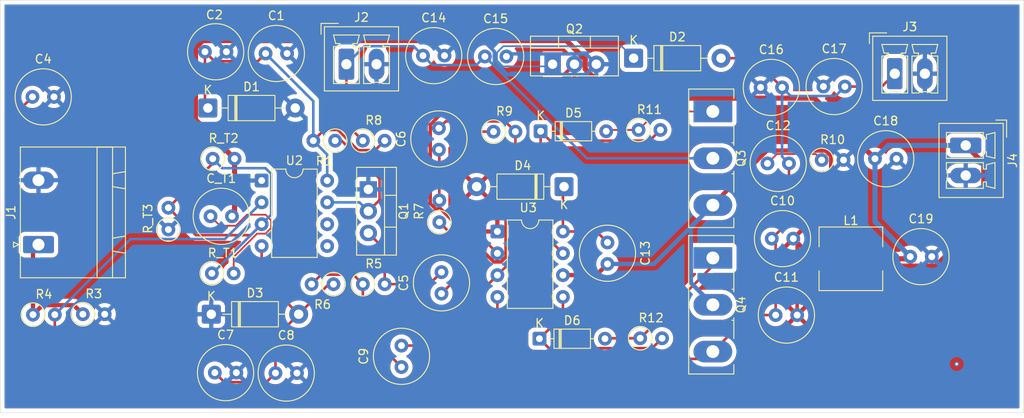
<source format=kicad_pcb>
(kicad_pcb (version 20241229) (generator "pcbnew") (generator_version "9.0")
  (layers (0 "F.Cu" signal) (2 "B.Cu" signal) (13 "F.Paste" user) (15 "B.Paste" user) (5 "F.SilkS" user "F.Silkscreen") (7 "B.SilkS" user "B.Silkscreen") (1 "F.Mask" user) (3 "B.Mask" user) (25 "Edge.Cuts" user))
  (net 0 "")
  (net 1 "Earth")
  (net 2 "Net-(D1-K)")
  (net 3 "Net-(J1-Pin_1)")
  (net 4 "Net-(U2-+)")
  (net 5 "Net-(Q1-E)")
  (net 6 "Net-(C5-Pad1)")
  (net 7 "Net-(U3-CT)")
  (net 8 "Net-(C6-Pad1)")
  (net 9 "Net-(D3-A)")
  (net 10 "Net-(C9-Pad1)")
  (net 11 "+15V")
  (net 12 "Net-(D2-A)")
  (net 13 "Net-(C12-Pad1)")
  (net 14 "Net-(Q3-S)")
  (net 15 "Net-(D4-K)")
  (net 16 "Net-(J2-Pin_1)")
  (net 17 "OUT")
  (net 18 "Net-(D2-K)")
  (net 19 "Net-(D5-K)")
  (net 20 "Net-(D5-A)")
  (net 21 "Net-(D6-A)")
  (net 22 "Net-(D6-K)")
  (net 23 "Net-(Q1-C)")
  (net 24 "Net-(U3-RT)")
  (net 27 "Net-(C_T1-Pad1)")
  (net 28 "Net-(U2--)")
  (footprint "Package_TO_SOT_THT:TO-220-3_Vertical" (layer "F.Cu") (at 53.8 74.02 -90)
    (property "Reference" "Q1" (at 2.54 -4.1 90) (layer "F.SilkS"))
    (property "Value" "TIP42C")
    (pad "1" thru_hole rect (at 0 0 270) (size 1.905 2) (drill 1.1) (layers "*.Cu" "*.Mask") (net 1 "Earth"))
    (pad "2" thru_hole oval (at 2.54 0 270) (size 1.905 2) (drill 1.1) (layers "*.Cu" "*.Mask") (net 23 "Net-(Q1-C)"))
    (pad "3" thru_hole oval (at 5.08 0 270) (size 1.905 2) (drill 1.1) (layers "*.Cu" "*.Mask") (net 5 "Net-(Q1-E)"))
  )
  (footprint "Resistor_THT:R_Axial_DIN0207_L6.3mm_D2.5mm_P2.54mm_Vertical" (layer "F.Cu") (at 49.745 85.05 180)
    (property "Reference" "R6" (at 1.27 -2.37 0) (layer "F.SilkS"))
    (property "Value" "R")
    (pad "1" thru_hole circle (at 0 0 180) (size 1.6 1.6) (drill 0.8) (layers "*.Cu" "*.Mask") (net 9 "Net-(D3-A)"))
    (pad "2" thru_hole circle (at 2.54 0 180) (size 1.6 1.6) (drill 0.8) (layers "*.Cu" "*.Mask") (net 10 "Net-(C9-Pad1)"))
  )
  (footprint "Resistor_THT:R_Axial_DIN0207_L6.3mm_D2.5mm_P2.54mm_Vertical" (layer "F.Cu") (at 62.05 77.84 90)
    (property "Reference" "R7" (at 1.27 -2.37 90) (layer "F.SilkS"))
    (property "Value" "R")
    (pad "1" thru_hole circle (at 0 0 90) (size 1.6 1.6) (drill 0.8) (layers "*.Cu" "*.Mask") (net 6 "Net-(C5-Pad1)"))
    (pad "2" thru_hole circle (at 2.54 0 90) (size 1.6 1.6) (drill 0.8) (layers "*.Cu" "*.Mask") (net 8 "Net-(C6-Pad1)"))
  )
  (footprint "Inductor_SMD:L_7.3x7.3_H4.5" (layer "F.Cu") (at 109.9 82.1)
    (property "Reference" "L1" (at 0 -4.45 0) (layer "F.SilkS"))
    (property "Value" "L")
    (pad "1" smd rect (at -3.2 0) (size 1.5 2.2) (layers "F.Cu" "F.Mask" "F.Paste") (net 14 "Net-(Q3-S)"))
    (pad "2" smd rect (at 3.2 0) (size 1.5 2.2) (layers "F.Cu" "F.Mask" "F.Paste") (net 17 "OUT"))
  )
  (footprint "Resistor_THT:R_Axial_DIN0207_L6.3mm_D2.5mm_P2.54mm_Vertical" (layer "F.Cu") (at 35.605 83.79)
    (property "Reference" "R_T1" (at 1.27 -2.37 0) (layer "F.SilkS"))
    (property "Value" "R")
    (pad "1" thru_hole circle (at 0 0) (size 1.6 1.6) (drill 0.8) (layers "*.Cu" "*.Mask") (net 28 "Net-(U2--)"))
    (pad "2" thru_hole circle (at 2.54 0) (size 1.6 1.6) (drill 0.8) (layers "*.Cu" "*.Mask") (net 27 "Net-(C_T1-Pad1)"))
  )
  (footprint "Resistor_THT:R_Axial_DIN0207_L6.3mm_D2.5mm_P2.54mm_Vertical" (layer "F.Cu") (at 14.81 88.6)
    (property "Reference" "R4" (at 1.27 -2.37 0) (layer "F.SilkS"))
    (property "Value" "R")
    (pad "1" thru_hole circle (at 0 0) (size 1.6 1.6) (drill 0.8) (layers "*.Cu" "*.Mask") (net 3 "Net-(J1-Pin_1)"))
    (pad "2" thru_hole circle (at 2.54 0) (size 1.6 1.6) (drill 0.8) (layers "*.Cu" "*.Mask") (net 4 "Net-(U2-+)"))
  )
  (footprint "Resistor_THT:R_Axial_DIN0207_L6.3mm_D2.5mm_P2.54mm_Vertical" (layer "F.Cu") (at 49.94 68.35 180)
    (property "Reference" "R1" (at 1.27 -2.37 0) (layer "F.SilkS"))
    (property "Value" "R")
    (pad "1" thru_hole circle (at 0 0 180) (size 1.6 1.6) (drill 0.8) (layers "*.Cu" "*.Mask") (net 23 "Net-(Q1-C)"))
    (pad "2" thru_hole circle (at 2.54 0 180) (size 1.6 1.6) (drill 0.8) (layers "*.Cu" "*.Mask") (net 2 "Net-(D1-K)"))
  )
  (footprint "Capacitor_THT:C_Radial_D6.3mm_H5.0mm_P2.50mm" (layer "F.Cu") (at 67.35 58.55)
    (property "Reference" "C15" (at 1.25 -4.4 0) (layer "F.SilkS"))
    (property "Value" "C")
    (pad "1" thru_hole circle (at 0 0) (size 1.6 1.6) (drill 0.8) (layers "*.Cu" "*.Mask") (net 16 "Net-(J2-Pin_1)"))
    (pad "2" thru_hole circle (at 2.5 0) (size 1.6 1.6) (drill 0.8) (layers "*.Cu" "*.Mask") (net 1 "Earth"))
  )
  (footprint "Capacitor_THT:C_Radial_D6.3mm_H5.0mm_P2.50mm" (layer "F.Cu") (at 35.45 77.15)
    (property "Reference" "C_T1" (at 1.25 -4.4 0) (layer "F.SilkS"))
    (property "Value" "C")
    (pad "1" thru_hole circle (at 0 0) (size 1.6 1.6) (drill 0.8) (layers "*.Cu" "*.Mask") (net 27 "Net-(C_T1-Pad1)"))
    (pad "2" thru_hole circle (at 2.5 0) (size 1.6 1.6) (drill 0.8) (layers "*.Cu" "*.Mask") (net 17 "OUT"))
  )
  (footprint "Capacitor_THT:C_Radial_D6.3mm_H5.0mm_P2.50mm" (layer "F.Cu") (at 35.95 95.35)
    (property "Reference" "C7" (at 1.25 -4.4 0) (layer "F.SilkS"))
    (property "Value" "C")
    (pad "1" thru_hole circle (at 0 0) (size 1.6 1.6) (drill 0.8) (layers "*.Cu" "*.Mask") (net 9 "Net-(D3-A)"))
    (pad "2" thru_hole circle (at 2.5 0) (size 1.6 1.6) (drill 0.8) (layers "*.Cu" "*.Mask") (net 1 "Earth"))
  )
  (footprint "Package_TO_SOT_THT:TO-220-3_Vertical" (layer "F.Cu") (at 75.22 59.45)
    (property "Reference" "Q2" (at 2.54 -4.1 0) (layer "F.SilkS"))
    (property "Value" "MJE13005G")
    (pad "1" thru_hole rect (at 0 0) (size 1.905 2) (drill 1.1) (layers "*.Cu" "*.Mask") (net 18 "Net-(D2-K)"))
    (pad "2" thru_hole oval (at 2.54 0) (size 1.905 2) (drill 1.1) (layers "*.Cu" "*.Mask") (net 11 "+15V"))
    (pad "3" thru_hole oval (at 5.08 0) (size 1.905 2) (drill 1.1) (layers "*.Cu" "*.Mask") (net 1 "Earth"))
  )
  (footprint "Resistor_THT:R_Axial_DIN0207_L6.3mm_D2.5mm_P2.54mm_Vertical" (layer "F.Cu") (at 106.505 70.6)
    (property "Reference" "R10" (at 1.27 -2.37 0) (layer "F.SilkS"))
    (property "Value" "R")
    (pad "1" thru_hole circle (at 0 0) (size 1.6 1.6) (drill 0.8) (layers "*.Cu" "*.Mask") (net 13 "Net-(C12-Pad1)"))
    (pad "2" thru_hole circle (at 2.54 0) (size 1.6 1.6) (drill 0.8) (layers "*.Cu" "*.Mask") (net 1 "Earth"))
  )
  (footprint "Capacitor_THT:C_Radial_D6.3mm_H5.0mm_P2.50mm" (layer "F.Cu") (at 100.7 79.75)
    (property "Reference" "C10" (at 1.25 -4.4 0) (layer "F.SilkS"))
    (property "Value" "C")
    (pad "1" thru_hole circle (at 0 0) (size 1.6 1.6) (drill 0.8) (layers "*.Cu" "*.Mask") (net 12 "Net-(D2-A)"))
    (pad "2" thru_hole circle (at 2.5 0) (size 1.6 1.6) (drill 0.8) (layers "*.Cu" "*.Mask") (net 11 "+15V"))
  )
  (footprint "Connector_Phoenix_GMSTB:PhoenixContact_GMSTBA_2,5_2-G_1x02_P7.50mm_Horizontal" (layer "F.Cu") (at 15.45 80.45 90)
    (property "Reference" "J1" (at 3.75 -3.2 90) (layer "F.SilkS"))
    (property "Value" "Conn_01x02_Pin")
    (pad "1" thru_hole roundrect (at 0 0 90) (size 2 3.6) (drill 1.4) (layers "*.Cu" "*.Mask") (roundrect_rratio 0.125) (net 3 "Net-(J1-Pin_1)"))
    (pad "2" thru_hole oval (at 7.5 0 90) (size 2 3.6) (drill 1.4) (layers "*.Cu" "*.Mask") (net 1 "Earth"))
  )
  (footprint "Diode_THT:D_DO-35_SOD27_P7.62mm_Horizontal" (layer "F.Cu") (at 73.83 67.25)
    (property "Reference" "D5" (at 3.81 -2.12 0) (layer "F.SilkS"))
    (property "Value" "1N4148")
    (fp_text user "K" (at 0 -1.8 0) (layer "F.SilkS"))
    (pad "1" thru_hole roundrect (at 0 0) (size 1.6 1.6) (drill 0.8) (layers "*.Cu" "*.Mask") (roundrect_rratio 0.15625) (net 19 "Net-(D5-K)"))
    (pad "2" thru_hole circle (at 7.62 0) (size 1.6 1.6) (drill 0.8) (layers "*.Cu" "*.Mask") (net 20 "Net-(D5-A)"))
  )
  (footprint "Diode_THT:D_DO-41_SOD81_P10.16mm_Horizontal" (layer "F.Cu") (at 76.55 73.7 180)
    (property "Reference" "D4" (at 4.8 2.45 0) (layer "F.SilkS"))
    (property "Value" "1N5819")
    (fp_text user "K" (at 0 -2.1 0) (layer "F.SilkS"))
    (pad "1" thru_hole roundrect (at 0 0 180) (size 2.2 2.2) (drill 1.1) (layers "*.Cu" "*.Mask") (roundrect_rratio 0.113636) (net 15 "Net-(D4-K)"))
    (pad "2" thru_hole circle (at 10.16 0 180) (size 2.2 2.2) (drill 1.1) (layers "*.Cu" "*.Mask") (net 11 "+15V"))
  )
  (footprint "Capacitor_THT:C_Radial_D6.3mm_H5.0mm_P2.50mm" (layer "F.Cu") (at 34.8 58)
    (property "Reference" "C2" (at 1.1 -4.3 0) (layer "F.SilkS"))
    (property "Value" "C")
    (pad "1" thru_hole circle (at 0 0) (size 1.6 1.6) (drill 0.8) (layers "*.Cu" "*.Mask") (net 2 "Net-(D1-K)"))
    (pad "2" thru_hole circle (at 2.5 0) (size 1.6 1.6) (drill 0.8) (layers "*.Cu" "*.Mask") (net 1 "Earth"))
  )
  (footprint "Capacitor_THT:C_Radial_D6.3mm_H5.0mm_P2.50mm" (layer "F.Cu") (at 43 95.4)
    (property "Reference" "C8" (at 1.25 -4.4 0) (layer "F.SilkS"))
    (property "Value" "C")
    (pad "1" thru_hole circle (at 0 0) (size 1.6 1.6) (drill 0.8) (layers "*.Cu" "*.Mask") (net 9 "Net-(D3-A)"))
    (pad "2" thru_hole circle (at 2.5 0) (size 1.6 1.6) (drill 0.8) (layers "*.Cu" "*.Mask") (net 1 "Earth"))
  )
  (footprint "Diode_THT:D_DO-35_SOD27_P7.62mm_Horizontal" (layer "F.Cu") (at 73.69 91.4)
    (property "Reference" "D6" (at 3.81 -2.12 0) (layer "F.SilkS"))
    (property "Value" "1N4148")
    (fp_text user "K" (at 0 -1.8 0) (layer "F.SilkS"))
    (pad "1" thru_hole roundrect (at 0 0) (size 1.6 1.6) (drill 0.8) (layers "*.Cu" "*.Mask") (roundrect_rratio 0.15625) (net 22 "Net-(D6-K)"))
    (pad "2" thru_hole circle (at 7.62 0) (size 1.6 1.6) (drill 0.8) (layers "*.Cu" "*.Mask") (net 21 "Net-(D6-A)"))
  )
  (footprint "Diode_THT:D_DO-41_SOD81_P10.16mm_Horizontal" (layer "F.Cu") (at 35.14 64.55)
    (property "Reference" "D1" (at 5.08 -2.47 0) (layer "F.SilkS"))
    (property "Value" "1N47xxA")
    (fp_text user "K" (at 0 -2.1 0) (layer "F.SilkS"))
    (pad "1" thru_hole roundrect (at 0 0) (size 2.2 2.2) (drill 1.1) (layers "*.Cu" "*.Mask") (roundrect_rratio 0.113636) (net 2 "Net-(D1-K)"))
    (pad "2" thru_hole circle (at 10.16 0) (size 2.2 2.2) (drill 1.1) (layers "*.Cu" "*.Mask") (net 1 "Earth"))
  )
  (footprint "Capacitor_THT:C_Radial_D6.3mm_H5.0mm_P2.50mm" (layer "F.Cu") (at 100.2 71)
    (property "Reference" "C12" (at 1.25 -4.4 0) (layer "F.SilkS"))
    (property "Value" "C")
    (pad "1" thru_hole circle (at 0 0) (size 1.6 1.6) (drill 0.8) (layers "*.Cu" "*.Mask") (net 13 "Net-(C12-Pad1)"))
    (pad "2" thru_hole circle (at 2.5 0) (size 1.6 1.6) (drill 0.8) (layers "*.Cu" "*.Mask") (net 12 "Net-(D2-A)"))
  )
  (footprint "Capacitor_THT:C_Radial_D6.3mm_H5.0mm_P2.50mm" (layer "F.Cu") (at 81.6 80.2 -90)
    (property "Reference" "C13" (at 1.25 -4.4 90) (layer "F.SilkS"))
    (property "Value" "C")
    (pad "1" thru_hole circle (at 0 0 270) (size 1.6 1.6) (drill 0.8) (layers "*.Cu" "*.Mask") (net 15 "Net-(D4-K)"))
    (pad "2" thru_hole circle (at 2.5 0 270) (size 1.6 1.6) (drill 0.8) (layers "*.Cu" "*.Mask") (net 14 "Net-(Q3-S)"))
  )
  (footprint "Resistor_THT:R_Axial_DIN0207_L6.3mm_D2.5mm_P2.54mm_Vertical" (layer "F.Cu") (at 53.16 68.35)
    (property "Reference" "R8" (at 1.27 -2.37 0) (layer "F.SilkS"))
    (property "Value" "R")
    (pad "1" thru_hole circle (at 0 0) (size 1.6 1.6) (drill 0.8) (layers "*.Cu" "*.Mask") (net 16 "Net-(J2-Pin_1)"))
    (pad "2" thru_hole circle (at 2.54 0) (size 1.6 1.6) (drill 0.8) (layers "*.Cu" "*.Mask") (net 2 "Net-(D1-K)"))
  )
  (footprint "Capacitor_THT:C_Radial_D6.3mm_H5.0mm_P2.50mm" (layer "F.Cu") (at 116.8 81.85)
    (property "Reference" "C19" (at 1.25 -4.4 0) (layer "F.SilkS"))
    (property "Value" "C")
    (pad "1" thru_hole circle (at 0 0) (size 1.6 1.6) (drill 0.8) (layers "*.Cu" "*.Mask") (net 17 "OUT"))
    (pad "2" thru_hole circle (at 2.5 0) (size 1.6 1.6) (drill 0.8) (layers "*.Cu" "*.Mask") (net 1 "Earth"))
  )
  (footprint "Diode_THT:D_DO-41_SOD81_P10.16mm_Horizontal" (layer "F.Cu") (at 35.54 88.55)
    (property "Reference" "D3" (at 5.08 -2.47 0) (layer "F.SilkS"))
    (property "Value" "1N47xxA")
    (fp_text user "K" (at 0 -2.1 0) (layer "F.SilkS"))
    (pad "1" thru_hole roundrect (at 0 0) (size 2.2 2.2) (drill 1.1) (layers "*.Cu" "*.Mask") (roundrect_rratio 0.113636) (net 1 "Earth"))
    (pad "2" thru_hole circle (at 10.16 0) (size 2.2 2.2) (drill 1.1) (layers "*.Cu" "*.Mask") (net 9 "Net-(D3-A)"))
  )
  (footprint "Capacitor_THT:C_Radial_D6.3mm_H5.0mm_P2.50mm" (layer "F.Cu") (at 60.15 58.45)
    (property "Reference" "C14" (at 1.25 -4.4 0) (layer "F.SilkS"))
    (property "Value" "C")
    (pad "1" thru_hole circle (at 0 0) (size 1.6 1.6) (drill 0.8) (layers "*.Cu" "*.Mask") (net 16 "Net-(J2-Pin_1)"))
    (pad "2" thru_hole circle (at 2.5 0) (size 1.6 1.6) (drill 0.8) (layers "*.Cu" "*.Mask") (net 1 "Earth"))
  )
  (footprint "Package_DIP:DIP-8_W7.62mm" (layer "F.Cu") (at 41.395 72.99)
    (property "Reference" "U2" (at 3.81 -2.33 0) (layer "F.SilkS"))
    (property "Value" "LM311")
    (pad "1" thru_hole roundrect (at 0 0) (size 1.6 1.6) (drill 0.8) (layers "*.Cu" "*.Mask") (roundrect_rratio 0.15625) (net 1 "Earth"))
    (pad "2" thru_hole circle (at 0 2.54) (size 1.6 1.6) (drill 0.8) (layers "*.Cu" "*.Mask") (net 4 "Net-(U2-+)"))
    (pad "3" thru_hole circle (at 0 5.08) (size 1.6 1.6) (drill 0.8) (layers "*.Cu" "*.Mask") (net 28 "Net-(U2--)"))
    (pad "4" thru_hole circle (at 0 7.62) (size 1.6 1.6) (drill 0.8) (layers "*.Cu" "*.Mask") (net 9 "Net-(D3-A)"))
    (pad "5" thru_hole circle (at 7.62 7.62) (size 1.6 1.6) (drill 0.8) (layers "*.Cu" "*.Mask"))
    (pad "6" thru_hole circle (at 7.62 5.08) (size 1.6 1.6) (drill 0.8) (layers "*.Cu" "*.Mask"))
    (pad "7" thru_hole circle (at 7.62 2.54) (size 1.6 1.6) (drill 0.8) (layers "*.Cu" "*.Mask") (net 23 "Net-(Q1-C)"))
    (pad "8" thru_hole circle (at 7.62 0) (size 1.6 1.6) (drill 0.8) (layers "*.Cu" "*.Mask") (net 2 "Net-(D1-K)"))
  )
  (footprint "Capacitor_THT:C_Radial_D6.3mm_H5.0mm_P2.50mm" (layer "F.Cu") (at 14.75 63.25)
    (property "Reference" "C4" (at 1.25 -4.4 0) (layer "F.SilkS"))
    (property "Value" "C")
    (pad "1" thru_hole circle (at 0 0) (size 1.6 1.6) (drill 0.8) (layers "*.Cu" "*.Mask") (net 4 "Net-(U2-+)"))
    (pad "2" thru_hole circle (at 2.5 0) (size 1.6 1.6) (drill 0.8) (layers "*.Cu" "*.Mask") (net 1 "Earth"))
  )
  (footprint "Resistor_THT:R_Axial_DIN0207_L6.3mm_D2.5mm_P2.54mm_Vertical" (layer "F.Cu") (at 85.21 67.1)
    (property "Reference" "R11" (at 1.27 -2.37 0) (layer "F.SilkS"))
    (property "Value" "R")
    (pad "1" thru_hole circle (at 0 0) (size 1.6 1.6) (drill 0.8) (layers "*.Cu" "*.Mask") (net 20 "Net-(D5-A)"))
    (pad "2" thru_hole circle (at 2.54 0) (size 1.6 1.6) (drill 0.8) (layers "*.Cu" "*.Mask") (net 19 "Net-(D5-K)"))
  )
  (footprint "Capacitor_THT:C_Radial_D6.3mm_H5.0mm_P2.50mm" (layer "F.Cu") (at 99.4 62.15)
    (property "Reference" "C16" (at 1.25 -4.4 0) (layer "F.SilkS"))
    (property "Value" "C")
    (pad "1" thru_hole circle (at 0 0) (size 1.6 1.6) (drill 0.8) (layers "*.Cu" "*.Mask") (net 1 "Earth"))
    (pad "2" thru_hole circle (at 2.5 0) (size 1.6 1.6) (drill 0.8) (layers "*.Cu" "*.Mask") (net 12 "Net-(D2-A)"))
  )
  (footprint "Package_TO_SOT_THT:TO-247-3_Vertical" (layer "F.Cu") (at 93.85 82 -90)
    (property "Reference" "Q4" (at 5.45 -3.28 90) (layer "F.SilkS"))
    (property "Value" "IRFP4468PbF")
    (pad "1" thru_hole rect (at 0 0 270) (size 2.5 4.5) (drill 1.5) (layers "*.Cu" "*.Mask") (net 21 "Net-(D6-A)"))
    (pad "2" thru_hole oval (at 5.45 0 270) (size 2.5 4.5) (drill 1.5) (layers "*.Cu" "*.Mask") (net 14 "Net-(Q3-S)"))
    (pad "3" thru_hole oval (at 10.9 0 270) (size 2.5 4.5) (drill 1.5) (layers "*.Cu" "*.Mask") (net 12 "Net-(D2-A)"))
  )
  (footprint "Resistor_THT:R_Axial_DIN0207_L6.3mm_D2.5mm_P2.54mm_Vertical" (layer "F.Cu") (at 85.405 91.35)
    (property "Reference" "R12" (at 1.27 -2.37 0) (layer "F.SilkS"))
    (property "Value" "R")
    (pad "1" thru_hole circle (at 0 0) (size 1.6 1.6) (drill 0.8) (layers "*.Cu" "*.Mask") (net 21 "Net-(D6-A)"))
    (pad "2" thru_hole circle (at 2.54 0) (size 1.6 1.6) (drill 0.8) (layers "*.Cu" "*.Mask") (net 22 "Net-(D6-K)"))
  )
  (footprint "Resistor_THT:R_Axial_DIN0207_L6.3mm_D2.5mm_P2.54mm_Vertical" (layer "F.Cu") (at 20.61 88.55)
    (property "Reference" "R3" (at 1.27 -2.37 0) (layer "F.SilkS"))
    (property "Value" "R")
    (pad "1" thru_hole circle (at 0 0) (size 1.6 1.6) (drill 0.8) (layers "*.Cu" "*.Mask") (net 3 "Net-(J1-Pin_1)"))
    (pad "2" thru_hole circle (at 2.54 0) (size 1.6 1.6) (drill 0.8) (layers "*.Cu" "*.Mask") (net 1 "Earth"))
  )
  (footprint "Capacitor_THT:C_Radial_D6.3mm_H5.0mm_P2.50mm" (layer "F.Cu") (at 62 69.4 90)
    (property "Reference" "C6" (at 1.25 -4.4 90) (layer "F.SilkS"))
    (property "Value" "C")
    (pad "1" thru_hole circle (at 0 0 90) (size 1.6 1.6) (drill 0.8) (layers "*.Cu" "*.Mask") (net 8 "Net-(C6-Pad1)"))
    (pad "2" thru_hole circle (at 2.5 0 90) (size 1.6 1.6) (drill 0.8) (layers "*.Cu" "*.Mask") (net 7 "Net-(U3-CT)"))
  )
  (footprint "Capacitor_THT:C_Radial_D6.3mm_H5.0mm_P2.50mm" (layer "F.Cu") (at 62.3 86.15 90)
    (property "Reference" "C5" (at 1.25 -4.4 90) (layer "F.SilkS"))
    (property "Value" "C")
    (pad "1" thru_hole circle (at 0 0 90) (size 1.6 1.6) (drill 0.8) (layers "*.Cu" "*.Mask") (net 6 "Net-(C5-Pad1)"))
    (pad "2" thru_hole circle (at 2.5 0 90) (size 1.6 1.6) (drill 0.8) (layers "*.Cu" "*.Mask") (net 5 "Net-(Q1-E)"))
  )
  (footprint "Capacitor_THT:C_Radial_D6.3mm_H5.0mm_P2.50mm" (layer "F.Cu") (at 112.7 70.45)
    (property "Reference" "C18" (at 1.25 -4.4 0) (layer "F.SilkS"))
    (property "Value" "C")
    (pad "1" thru_hole circle (at 0 0) (size 1.6 1.6) (drill 0.8) (layers "*.Cu" "*.Mask") (net 17 "OUT"))
    (pad "2" thru_hole circle (at 2.5 0) (size 1.6 1.6) (drill 0.8) (layers "*.Cu" "*.Mask") (net 1 "Earth"))
  )
  (footprint "Diode_THT:D_DO-41_SOD81_P10.16mm_Horizontal" (layer "F.Cu") (at 84.64 58.75)
    (property "Reference" "D2" (at 5.08 -2.47 0) (layer "F.SilkS"))
    (property "Value" "1N47xxA")
    (fp_text user "K" (at 0 -2.1 0) (layer "F.SilkS"))
    (pad "1" thru_hole roundrect (at 0 0) (size 2.2 2.2) (drill 1.1) (layers "*.Cu" "*.Mask") (roundrect_rratio 0.113636) (net 18 "Net-(D2-K)"))
    (pad "2" thru_hole circle (at 10.16 0) (size 2.2 2.2) (drill 1.1) (layers "*.Cu" "*.Mask") (net 12 "Net-(D2-A)"))
  )
  (footprint "Capacitor_THT:C_Radial_D6.3mm_H5.0mm_P2.50mm" (layer "F.Cu") (at 41.85 58.2)
    (property "Reference" "C1" (at 1.25 -4.4 0) (layer "F.SilkS"))
    (property "Value" "C")
    (pad "1" thru_hole circle (at 0 0) (size 1.6 1.6) (drill 0.8) (layers "*.Cu" "*.Mask") (net 2 "Net-(D1-K)"))
    (pad "2" thru_hole circle (at 2.5 0) (size 1.6 1.6) (drill 0.8) (layers "*.Cu" "*.Mask") (net 1 "Earth"))
  )
  (footprint "Package_TO_SOT_THT:TO-247-3_Vertical" (layer "F.Cu") (at 93.85 64.95 -90)
    (property "Reference" "Q3" (at 5.45 -3.28 90) (layer "F.SilkS"))
    (property "Value" "IRFP4468PbF")
    (pad "1" thru_hole rect (at 0 0 270) (size 2.5 4.5) (drill 1.5) (layers "*.Cu" "*.Mask") (net 20 "Net-(D5-A)"))
    (pad "2" thru_hole oval (at 5.45 0 270) (size 2.5 4.5) (drill 1.5) (layers "*.Cu" "*.Mask") (net 16 "Net-(J2-Pin_1)"))
    (pad "3" thru_hole oval (at 10.9 0 270) (size 2.5 4.5) (drill 1.5) (layers "*.Cu" "*.Mask") (net 14 "Net-(Q3-S)"))
  )
  (footprint "Connector_Phoenix_MC:PhoenixContact_MCV_1,5_2-G-3.5_1x02_P3.50mm_Vertical" (layer "F.Cu") (at 51.25 59.45)
    (property "Reference" "J2" (at 1.75 -5.45 0) (layer "F.SilkS"))
    (property "Value" "Conn_01x02_Pin")
    (pad "1" thru_hole roundrect (at 0 0) (size 1.8 3.6) (drill 1.2) (layers "*.Cu" "*.Mask") (roundrect_rratio 0.138889) (net 16 "Net-(J2-Pin_1)"))
    (pad "2" thru_hole oval (at 3.5 0) (size 1.8 3.6) (drill 1.2) (layers "*.Cu" "*.Mask") (net 1 "Earth"))
  )
  (footprint "Resistor_THT:R_Axial_DIN0207_L6.3mm_D2.5mm_P2.54mm_Vertical" (layer "F.Cu") (at 53.16 85.05)
    (property "Reference" "R5" (at 1.27 -2.37 0) (layer "F.SilkS"))
    (property "Value" "R")
    (pad "1" thru_hole circle (at 0 0) (size 1.6 1.6) (drill 0.8) (layers "*.Cu" "*.Mask") (net 10 "Net-(C9-Pad1)"))
    (pad "2" thru_hole circle (at 2.54 0) (size 1.6 1.6) (drill 0.8) (layers "*.Cu" "*.Mask") (net 5 "Net-(Q1-E)"))
  )
  (footprint "Resistor_THT:R_Axial_DIN0207_L6.3mm_D2.5mm_P2.54mm_Vertical" (layer "F.Cu") (at 68.355 67.3)
    (property "Reference" "R9" (at 1.27 -2.37 0) (layer "F.SilkS"))
    (property "Value" "R")
    (pad "1" thru_hole circle (at 0 0) (size 1.6 1.6) (drill 0.8) (layers "*.Cu" "*.Mask") (net 24 "Net-(U3-RT)"))
    (pad "2" thru_hole circle (at 2.54 0) (size 1.6 1.6) (drill 0.8) (layers "*.Cu" "*.Mask") (net 7 "Net-(U3-CT)"))
  )
  (footprint "Capacitor_THT:C_Radial_D6.3mm_H5.0mm_P2.50mm" (layer "F.Cu") (at 106.7 62.05)
    (property "Reference" "C17" (at 1.25 -4.4 0) (layer "F.SilkS"))
    (property "Value" "C")
    (pad "1" thru_hole circle (at 0 0) (size 1.6 1.6) (drill 0.8) (layers "*.Cu" "*.Mask") (net 1 "Earth"))
    (pad "2" thru_hole circle (at 2.5 0) (size 1.6 1.6) (drill 0.8) (layers "*.Cu" "*.Mask") (net 12 "Net-(D2-A)"))
  )
  (footprint "Capacitor_THT:C_Radial_D6.3mm_H5.0mm_P2.50mm" (layer "F.Cu") (at 101.15 88.65)
    (property "Reference" "C11" (at 1.25 -4.4 0) (layer "F.SilkS"))
    (property "Value" "C")
    (pad "1" thru_hole circle (at 0 0) (size 1.6 1.6) (drill 0.8) (layers "*.Cu" "*.Mask") (net 12 "Net-(D2-A)"))
    (pad "2" thru_hole circle (at 2.5 0) (size 1.6 1.6) (drill 0.8) (layers "*.Cu" "*.Mask") (net 11 "+15V"))
  )
  (footprint "Capacitor_THT:C_Radial_D6.3mm_H5.0mm_P2.50mm" (layer "F.Cu") (at 57.65 94.7 90)
    (property "Reference" "C9" (at 1.25 -4.4 90) (layer "F.SilkS"))
    (property "Value" "C")
    (pad "1" thru_hole circle (at 0 0 90) (size 1.6 1.6) (drill 0.8) (layers "*.Cu" "*.Mask") (net 10 "Net-(C9-Pad1)"))
    (pad "2" thru_hole circle (at 2.5 0 90) (size 1.6 1.6) (drill 0.8) (layers "*.Cu" "*.Mask") (net 7 "Net-(U3-CT)"))
  )
  (footprint "Connector_Phoenix_MC:PhoenixContact_MCV_1,5_2-G-3.5_1x02_P3.50mm_Vertical" (layer "F.Cu") (at 115 60.55)
    (property "Reference" "J3" (at 1.75 -5.45 0) (layer "F.SilkS"))
    (property "Value" "Conn_01x02_Pin")
    (pad "1" thru_hole roundrect (at 0 0) (size 1.8 3.6) (drill 1.2) (layers "*.Cu" "*.Mask") (roundrect_rratio 0.138889) (net 12 "Net-(D2-A)"))
    (pad "2" thru_hole oval (at 3.5 0) (size 1.8 3.6) (drill 1.2) (layers "*.Cu" "*.Mask") (net 1 "Earth"))
  )
  (footprint "Resistor_THT:R_Axial_DIN0207_L6.3mm_D2.5mm_P2.54mm_Vertical" (layer "F.Cu") (at 35.705 70.45)
    (property "Reference" "R_T2" (at 1.27 -2.37 0) (layer "F.SilkS"))
    (property "Value" "R")
    (pad "1" thru_hole circle (at 0 0) (size 1.6 1.6) (drill 0.8) (layers "*.Cu" "*.Mask") (net 28 "Net-(U2--)"))
    (pad "2" thru_hole circle (at 2.54 0) (size 1.6 1.6) (drill 0.8) (layers "*.Cu" "*.Mask") (net 17 "OUT"))
  )
  (footprint "Resistor_THT:R_Axial_DIN0207_L6.3mm_D2.5mm_P2.54mm_Vertical" (layer "F.Cu") (at 30.55 78.695 90)
    (property "Reference" "R_T3" (at 1.27 -2.37 90) (layer "F.SilkS"))
    (property "Value" "R")
    (pad "1" thru_hole circle (at 0 0 90) (size 1.6 1.6) (drill 0.8) (layers "*.Cu" "*.Mask") (net 1 "Earth"))
    (pad "2" thru_hole circle (at 2.54 0 90) (size 1.6 1.6) (drill 0.8) (layers "*.Cu" "*.Mask") (net 28 "Net-(U2--)"))
  )
  (footprint "Connector_Phoenix_MC:PhoenixContact_MCV_1,5_2-G-3.5_1x02_P3.50mm_Vertical" (layer "F.Cu") (at 123.25 68.9 -90)
    (property "Reference" "J4" (at 1.75 -5.45 90) (layer "F.SilkS"))
    (property "Value" "Conn_01x02_Pin")
    (pad "1" thru_hole roundrect (at 0 0 270) (size 1.8 3.6) (drill 1.2) (layers "*.Cu" "*.Mask") (roundrect_rratio 0.138889) (net 17 "OUT"))
    (pad "2" thru_hole oval (at 3.5 0 270) (size 1.8 3.6) (drill 1.2) (layers "*.Cu" "*.Mask") (net 1 "Earth"))
  )
  (footprint "Package_DIP:DIP-8_W7.62mm" (layer "F.Cu") (at 68.8 78.92)
    (property "Reference" "U3" (at 3.59 -2.76 0) (layer "F.SilkS"))
    (property "Value" "IR2153")
    (pad "1" thru_hole roundrect (at 0 0) (size 1.6 1.6) (drill 0.8) (layers "*.Cu" "*.Mask") (roundrect_rratio 0.15625) (net 11 "+15V"))
    (pad "2" thru_hole circle (at 0 2.54) (size 1.6 1.6) (drill 0.8) (layers "*.Cu" "*.Mask") (net 24 "Net-(U3-RT)"))
    (pad "3" thru_hole circle (at 0 5.08) (size 1.6 1.6) (drill 0.8) (layers "*.Cu" "*.Mask") (net 7 "Net-(U3-CT)"))
    (pad "4" thru_hole circle (at 0 7.62) (size 1.6 1.6) (drill 0.8) (layers "*.Cu" "*.Mask") (net 12 "Net-(D2-A)"))
    (pad "5" thru_hole circle (at 7.62 7.62) (size 1.6 1.6) (drill 0.8) (layers "*.Cu" "*.Mask") (net 22 "Net-(D6-K)"))
    (pad "6" thru_hole circle (at 7.62 5.08) (size 1.6 1.6) (drill 0.8) (layers "*.Cu" "*.Mask") (net 14 "Net-(Q3-S)"))
    (pad "7" thru_hole circle (at 7.62 2.54) (size 1.6 1.6) (drill 0.8) (layers "*.Cu" "*.Mask") (net 19 "Net-(D5-K)"))
    (pad "8" thru_hole circle (at 7.62 0) (size 1.6 1.6) (drill 0.8) (layers "*.Cu" "*.Mask") (net 15 "Net-(D4-K)"))
  )
  (gr_rect (start 11 52) (end 130 100) (stroke (width 0.05)) (fill no) (layer "Edge.Cuts"))
  (segment (start 69.967858 60.652) (end 79.098 60.652) (width 0.4) (layer "B.Cu") (net 1))
  (segment (start 79.098 60.652) (end 80.3 59.45) (width 0.4) (layer "B.Cu") (net 1))
  (segment (start 68.447001 59.131143) (end 69.967858 60.652) (width 0.4) (layer "B.Cu") (net 1))
  (segment (start 79.098 58.248) (end 70.152 58.248) (width 0.4) (layer "B.Cu") (net 1))
  (segment (start 68.447 57.968858) (end 68.447001 59.131143) (width 0.4) (layer "B.Cu") (net 1))
  (segment (start 62.65 58.45) (end 64.05 57.05) (width 0.4) (layer "B.Cu") (net 1))
  (segment (start 64.05 57.05) (end 67.528142 57.05) (width 0.4) (layer "B.Cu") (net 1))
  (segment (start 70.152 58.248) (end 69.85 58.55) (width 0.4) (layer "B.Cu") (net 1))
  (segment (start 67.528142 57.05) (end 68.447 57.968858) (width 0.4) (layer "B.Cu") (net 1))
  (segment (start 80.3 59.45) (end 79.098 58.248) (width 0.4) (layer "B.Cu") (net 1))
  (segment (start 50.24705 67.1) (end 48.65 67.1) (width 0.3) (layer "F.Cu") (net 2))
  (segment (start 55.7 68.35) (end 54.599 69.451) (width 0.3) (layer "F.Cu") (net 2))
  (segment (start 52.59805 69.451) (end 50.24705 67.1) (width 0.3) (layer "F.Cu") (net 2))
  (segment (start 35.901 59.101) (end 34.8 58) (width 0.3) (layer "F.Cu") (net 2))
  (segment (start 34.8 64.21) (end 35.14 64.55) (width 0.3) (layer "F.Cu") (net 2))
  (segment (start 40.949 59.101) (end 35.901 59.101) (width 0.3) (layer "F.Cu") (net 2))
  (segment (start 48.65 67.1) (end 47.4 68.35) (width 0.3) (layer "F.Cu") (net 2))
  (segment (start 41.85 58.2) (end 40.949 59.101) (width 0.3) (layer "F.Cu") (net 2))
  (segment (start 54.599 69.451) (end 52.59805 69.451) (width 0.3) (layer "F.Cu") (net 2))
  (segment (start 34.8 58) (end 34.8 64.21) (width 0.3) (layer "F.Cu") (net 2))
  (segment (start 49.015 72.99) (end 49.015 69.965) (width 0.3) (layer "B.Cu") (net 2))
  (segment (start 47.4 68.35) (end 47.4 63.75) (width 0.3) (layer "B.Cu") (net 2))
  (segment (start 47.4 63.75) (end 41.85 58.2) (width 0.3) (layer "B.Cu") (net 2))
  (segment (start 49.015 69.965) (end 47.4 68.35) (width 0.3) (layer "B.Cu") (net 2))
  (segment (start 14.81 81.09) (end 15.45 80.45) (width 0.5) (layer "F.Cu") (net 3))
  (segment (start 15.911 87.499) (end 14.81 88.6) (width 0.5) (layer "F.Cu") (net 3))
  (segment (start 14.81 88.6) (end 14.81 81.09) (width 0.5) (layer "F.Cu") (net 3))
  (segment (start 20.61 88.55) (end 19.559 87.499) (width 0.5) (layer "F.Cu") (net 3))
  (segment (start 19.559 87.499) (end 15.911 87.499) (width 0.5) (layer "F.Cu") (net 3))
  (segment (start 16.35 91.2) (end 16.35 91.15) (width 0.3) (layer "F.Cu") (net 4))
  (segment (start 16.35 91.15) (end 17.35 90.15) (width 0.3) (layer "F.Cu") (net 4))
  (segment (start 17.35 90.15) (end 17.35 88.6) (width 0.3) (layer "F.Cu") (net 4))
  (segment (start 13.2 91.2) (end 16.35 91.2) (width 0.3) (layer "F.Cu") (net 4))
  (segment (start 14.75 63.25) (end 12.3 65.7) (width 0.3) (layer "F.Cu") (net 4))
  (segment (start 12.3 65.7) (end 12.3 90.3) (width 0.3) (layer "F.Cu") (net 4))
  (segment (start 12.3 90.3) (end 13.2 91.2) (width 0.3) (layer "F.Cu") (net 4))
  (segment (start 26.154 79.796) (end 17.35 88.6) (width 0.3) (layer "B.Cu") (net 4))
  (segment (start 41.395 75.53) (end 37.129 79.796) (width 0.3) (layer "B.Cu") (net 4))
  (segment (start 37.129 79.796) (end 26.154 79.796) (width 0.3) (layer "B.Cu") (net 4))
  (segment (start 55.7 81) (end 53.8 79.1) (width 0.3) (layer "F.Cu") (net 5))
  (segment (start 55.7 85.05) (end 60.9 85.05) (width 0.3) (layer "F.Cu") (net 5))
  (segment (start 55.7 85.05) (end 55.7 81) (width 0.3) (layer "F.Cu") (net 5))
  (segment (start 60.9 85.05) (end 62.3 83.65) (width 0.3) (layer "F.Cu") (net 5))
  (segment (start 62.3 86.15) (end 64.05 84.4) (width 0.3) (layer "F.Cu") (net 6))
  (segment (start 64.05 84.4) (end 64.05 79.84) (width 0.3) (layer "F.Cu") (net 6))
  (segment (start 64.05 79.84) (end 62.05 77.84) (width 0.3) (layer "F.Cu") (net 6))
  (segment (start 60.6 92.2) (end 68.8 84) (width 0.3) (layer "F.Cu") (net 7))
  (segment (start 70.895 81.905) (end 70.895 67.3) (width 0.3) (layer "F.Cu") (net 7))
  (segment (start 62 66.9) (end 62.799999 66.100001) (width 0.3) (layer "F.Cu") (net 7))
  (segment (start 57.65 92.2) (end 60.6 92.2) (width 0.3) (layer "F.Cu") (net 7))
  (segment (start 62.799999 66.100001) (end 69.695001 66.100001) (width 0.3) (layer "F.Cu") (net 7))
  (segment (start 69.695001 66.100001) (end 70.895 67.3) (width 0.3) (layer "F.Cu") (net 7))
  (segment (start 68.8 84) (end 70.895 81.905) (width 0.3) (layer "F.Cu") (net 7))
  (segment (start 62.05 69.45) (end 62 69.4) (width 0.3) (layer "F.Cu") (net 8))
  (segment (start 62.05 75.3) (end 62.05 69.45) (width 0.3) (layer "F.Cu") (net 8))
  (segment (start 41.395 84.245) (end 45.7 88.55) (width 0.3) (layer "F.Cu") (net 9))
  (segment (start 37.051 96.451) (end 41.949 96.451) (width 0.3) (layer "F.Cu") (net 9))
  (segment (start 45.7 88.55) (end 49.2 85.05) (width 0.3) (layer "F.Cu") (net 9))
  (segment (start 41.949 96.451) (end 43 95.4) (width 0.3) (layer "F.Cu") (net 9))
  (segment (start 43 91.25) (end 45.7 88.55) (width 0.3) (layer "F.Cu") (net 9))
  (segment (start 41.395 80.61) (end 41.395 84.245) (width 0.3) (layer "F.Cu") (net 9))
  (segment (start 35.95 95.35) (end 37.051 96.451) (width 0.3) (layer "F.Cu") (net 9))
  (segment (start 43 95.4) (end 43 91.25) (width 0.3) (layer "F.Cu") (net 9))
  (segment (start 49.2 85.05) (end 49.745 85.05) (width 0.3) (layer "F.Cu") (net 9))
  (segment (start 47.205 85.05) (end 48.306 83.949) (width 0.3) (layer "F.Cu") (net 10))
  (segment (start 48.306 83.949) (end 52.059 83.949) (width 0.3) (layer "F.Cu") (net 10))
  (segment (start 53.16 90.21) (end 57.65 94.7) (width 0.3) (layer "F.Cu") (net 10))
  (segment (start 52.059 83.949) (end 53.16 85.05) (width 0.3) (layer "F.Cu") (net 10))
  (segment (start 53.16 85.05) (end 53.16 90.21) (width 0.3) (layer "F.Cu") (net 10))
  (segment (start 60.998 66.484958) (end 66.830958 60.652) (width 0.4) (layer "F.Cu") (net 11))
  (segment (start 69.215042 82.462) (end 68.384958 82.462) (width 0.4) (layer "F.Cu") (net 11))
  (segment (start 66.830958 60.652) (end 76.558 60.652) (width 0.4) (layer "F.Cu") (net 11))
  (segment (start 60.998 75.665042) (end 60.998 66.484958) (width 0.4) (layer "F.Cu") (net 11))
  (segment (start 61.634958 76.302) (end 60.998 75.665042) (width 0.4) (layer "F.Cu") (net 11))
  (segment (start 103.2 79.75) (end 103.65 80.2) (width 0.4) (layer "F.Cu") (net 11))
  (segment (start 66.39 73.7) (end 69.802 77.112) (width 0.4) (layer "F.Cu") (net 11))
  (segment (start 62.224958 76.302) (end 61.634958 76.302) (width 0.4) (layer "F.Cu") (net 11))
  (segment (start 76.558 60.652) (end 77.76 59.45) (width 0.4) (layer "F.Cu") (net 11))
  (segment (start 103.65 80.2) (end 103.65 88.65) (width 0.4) (layer "F.Cu") (net 11))
  (segment (start 69.802 77.112) (end 69.802 81.875042) (width 0.4) (layer "F.Cu") (net 11))
  (segment (start 68.384958 82.462) (end 62.224958 76.302) (width 0.4) (layer "F.Cu") (net 11))
  (segment (start 69.802 81.875042) (end 69.215042 82.462) (width 0.4) (layer "F.Cu") (net 11))
  (via (at 122.2 94.35) (size 0.6) (drill 0.3) (layers "F.Cu" "B.Cu") (net 11))
  (segment (start 71.75 93.75) (end 93 93.75) (width 0.3) (layer "F.Cu") (net 12))
  (segment (start 101.15 88.65) (end 101.15 80.2) (width 0.3) (layer "F.Cu") (net 12))
  (segment (start 98.5 58.75) (end 94.8 58.75) (width 0.3) (layer "F.Cu") (net 12))
  (segment (start 101.9 62.15) (end 98.5 58.75) (width 0.3) (layer "F.Cu") (net 12))
  (segment (start 68.8 86.54) (end 68.8 90.8) (width 0.3) (layer "F.Cu") (net 12))
  (segment (start 101.15 88.65) (end 98.1 88.65) (width 0.3) (layer "F.Cu") (net 12))
  (segment (start 102.7 77.75) (end 100.7 79.75) (width 0.3) (layer "F.Cu") (net 12))
  (segment (start 93 93.75) (end 93.85 92.9) (width 0.3) (layer "F.Cu") (net 12))
  (segment (start 68.8 90.8) (end 71.75 93.75) (width 0.3) (layer "F.Cu") (net 12))
  (segment (start 102.7 71) (end 102.7 77.75) (width 0.3) (layer "F.Cu") (net 12))
  (segment (start 115 60.55) (end 113.5 62.05) (width 0.3) (layer "F.Cu") (net 12))
  (segment (start 101.15 80.2) (end 100.7 79.75) (width 0.3) (layer "F.Cu") (net 12))
  (segment (start 113.5 62.05) (end 109.2 62.05) (width 0.3) (layer "F.Cu") (net 12))
  (segment (start 98.1 88.65) (end 93.85 92.9) (width 0.3) (layer "F.Cu") (net 12))
  (segment (start 101.9 62.15) (end 101.9 70.2) (width 0.3) (layer "B.Cu") (net 12))
  (segment (start 109.2 62.05) (end 108.099 63.151) (width 0.3) (layer "B.Cu") (net 12))
  (segment (start 102.901 63.151) (end 101.9 62.15) (width 0.3) (layer "B.Cu") (net 12))
  (segment (start 108.099 63.151) (end 102.901 63.151) (width 0.3) (layer "B.Cu") (net 12))
  (segment (start 101.9 70.2) (end 102.7 71) (width 0.3) (layer "B.Cu") (net 12))
  (segment (start 100.2 71) (end 101.301 69.899) (width 0.2) (layer "F.Cu") (net 13))
  (segment (start 105.804 69.899) (end 106.505 70.6) (width 0.2) (layer "F.Cu") (net 13))
  (segment (start 101.301 69.899) (end 105.804 69.899) (width 0.2) (layer "F.Cu") (net 13))
  (segment (start 80.3 84) (end 81.6 82.7) (width 0.5) (layer "F.Cu") (net 14))
  (segment (start 106.96105 69.499) (end 100.14395 69.499) (width 0.5) (layer "F.Cu") (net 14))
  (segment (start 76.42 84) (end 80.3 84) (width 0.5) (layer "F.Cu") (net 14))
  (segment (start 93.85 75.79295) (end 93.85 75.85) (width 0.5) (layer "F.Cu") (net 14))
  (segment (start 100.14395 69.499) (end 93.85 75.79295) (width 0.5) (layer "F.Cu") (net 14))
  (segment (start 106.7 82.1) (end 107.606 81.194) (width 0.5) (layer "F.Cu") (net 14))
  (segment (start 107.606 70.14395) (end 106.96105 69.499) (width 0.5) (layer "F.Cu") (net 14))
  (segment (start 107.606 81.194) (end 107.606 70.14395) (width 0.5) (layer "F.Cu") (net 14))
  (segment (start 91.299 84.899) (end 91.299 78.401) (width 0.5) (layer "B.Cu") (net 14))
  (segment (start 87 82.7) (end 93.85 75.85) (width 0.5) (layer "B.Cu") (net 14))
  (segment (start 81.6 82.7) (end 87 82.7) (width 0.5) (layer "B.Cu") (net 14))
  (segment (start 93.85 87.45) (end 91.299 84.899) (width 0.5) (layer "B.Cu") (net 14))
  (segment (start 91.299 78.401) (end 93.85 75.85) (width 0.5) (layer "B.Cu") (net 14))
  (segment (start 76.42 73.83) (end 76.55 73.7) (width 0.3) (layer "F.Cu") (net 15))
  (segment (start 76.42 78.92) (end 80.32 78.92) (width 0.3) (layer "F.Cu") (net 15))
  (segment (start 76.42 78.92) (end 76.42 73.83) (width 0.3) (layer "F.Cu") (net 15))
  (segment (start 80.32 78.92) (end 81.6 80.2) (width 0.3) (layer "F.Cu") (net 15))
  (segment (start 51.25 59.45) (end 51.25 66.44) (width 0.3) (layer "F.Cu") (net 16))
  (segment (start 51.25 66.44) (end 53.16 68.35) (width 0.3) (layer "F.Cu") (net 16))
  (segment (start 60.15 58.45) (end 59.049 57.349) (width 0.3) (layer "B.Cu") (net 16))
  (segment (start 66.349 59.551) (end 67.35 58.55) (width 0.3) (layer "B.Cu") (net 16))
  (segment (start 60.15 58.45) (end 61.251 59.551) (width 0.3) (layer "B.Cu") (net 16))
  (segment (start 79.2 70.4) (end 93.85 70.4) (width 0.3) (layer "B.Cu") (net 16))
  (segment (start 67.35 58.55) (end 79.2 70.4) (width 0.3) (layer "B.Cu") (net 16))
  (segment (start 61.251 59.551) (end 66.349 59.551) (width 0.3) (layer "B.Cu") (net 16))
  (segment (start 53.351 57.349) (end 51.25 59.45) (width 0.3) (layer "B.Cu") (net 16))
  (segment (start 59.049 57.349) (end 53.351 57.349) (width 0.3) (layer "B.Cu") (net 16))
  (segment (start 112.7 70.45) (end 105.649 63.399) (width 0.6) (layer "F.Cu") (net 17))
  (segment (start 105.649 63.399) (end 82.395783 63.399) (width 0.6) (layer "F.Cu") (net 17))
  (segment (start 38.245 70.45) (end 38.245 76.855) (width 0.6) (layer "F.Cu") (net 17))
  (segment (start 113.951 82.951) (end 113.1 82.1) (width 0.6) (layer "F.Cu") (net 17))
  (segment (start 33.699 65.904) (end 38.245 70.45) (width 0.6) (layer "F.Cu") (net 17))
  (segment (start 76.828217 56.698) (end 34.54495 56.698) (width 0.6) (layer "F.Cu") (net 17))
  (segment (start 116.55 82.1) (end 116.8 81.85) (width 0.6) (layer "F.Cu") (net 17))
  (segment (start 82.395783 63.399) (end 79.0135 60.016717) (width 0.6) (layer "F.Cu") (net 17))
  (segment (start 33.699 57.54395) (end 33.699 65.904) (width 0.6) (layer "F.Cu") (net 17))
  (segment (start 38.245 76.855) (end 37.95 77.15) (width 0.6) (layer "F.Cu") (net 17))
  (segment (start 79.0135 58.883283) (end 76.828217 56.698) (width 0.6) (layer "F.Cu") (net 17))
  (segment (start 123.25 68.9) (end 125.351 71.001) (width 0.6) (layer "F.Cu") (net 17))
  (segment (start 79.0135 60.016717) (end 79.0135 58.883283) (width 0.6) (layer "F.Cu") (net 17))
  (segment (start 125.351 71.001) (end 125.351 77.35605) (width 0.6) (layer "F.Cu") (net 17))
  (segment (start 125.351 77.35605) (end 119.75605 82.951) (width 0.6) (layer "F.Cu") (net 17))
  (segment (start 34.54495 56.698) (end 33.699 57.54395) (width 0.6) (layer "F.Cu") (net 17))
  (segment (start 119.75605 82.951) (end 113.951 82.951) (width 0.6) (layer "F.Cu") (net 17))
  (segment (start 113.1 82.1) (end 116.55 82.1) (width 0.6) (layer "F.Cu") (net 17))
  (segment (start 123.25 68.9) (end 114.25 68.9) (width 0.6) (layer "B.Cu") (net 17))
  (segment (start 112.7 70.45) (end 112.7 77.75) (width 0.6) (layer "B.Cu") (net 17))
  (segment (start 112.7 77.75) (end 116.8 81.85) (width 0.6) (layer "B.Cu") (net 17))
  (segment (start 114.25 68.9) (end 112.7 70.45) (width 0.6) (layer "B.Cu") (net 17))
  (segment (start 69.493949 57.349001) (end 68.749 58.09395) (width 0.2) (layer "B.Cu") (net 18))
  (segment (start 68.749 59.00605) (end 69.44295 59.7) (width 0.2) (layer "B.Cu") (net 18))
  (segment (start 74.97 59.7) (end 75.22 59.45) (width 0.2) (layer "B.Cu") (net 18))
  (segment (start 84.64 58.75) (end 83.239001 57.349001) (width 0.2) (layer "B.Cu") (net 18))
  (segment (start 69.44295 59.7) (end 74.97 59.7) (width 0.2) (layer "B.Cu") (net 18))
  (segment (start 83.239001 57.349001) (end 69.493949 57.349001) (width 0.2) (layer "B.Cu") (net 18))
  (segment (start 68.749 58.09395) (end 68.749 59.00605) (width 0.2) (layer "B.Cu") (net 18))
  (segment (start 73.83 78.87) (end 73.83 67.25) (width 0.3) (layer "F.Cu") (net 19))
  (segment (start 74.931 68.351) (end 86.499 68.351) (width 0.3) (layer "F.Cu") (net 19))
  (segment (start 73.83 67.25) (end 74.931 68.351) (width 0.3) (layer "F.Cu") (net 19))
  (segment (start 76.42 81.46) (end 73.83 78.87) (width 0.3) (layer "F.Cu") (net 19))
  (segment (start 86.499 68.351) (end 87.75 67.1) (width 0.3) (layer "F.Cu") (net 19))
  (segment (start 85.21 67.1) (end 81.6 67.1) (width 0.2) (layer "F.Cu") (net 20))
  (segment (start 81.6 67.1) (end 81.45 67.25) (width 0.2) (layer "F.Cu") (net 20))
  (segment (start 87.36 64.95) (end 85.21 67.1) (width 0.2) (layer "F.Cu") (net 20))
  (segment (start 93.85 64.95) (end 87.36 64.95) (width 0.2) (layer "F.Cu") (net 20))
  (segment (start 81.36 91.35) (end 81.31 91.4) (width 0.3) (layer "F.Cu") (net 21))
  (segment (start 85.405 91.35) (end 93.85 82.905) (width 0.3) (layer "F.Cu") (net 21))
  (segment (start 85.405 91.35) (end 81.36 91.35) (width 0.3) (layer "F.Cu") (net 21))
  (segment (start 93.85 82.905) (end 93.85 82) (width 0.3) (layer "F.Cu") (net 21))
  (segment (start 76.42 88.67) (end 73.69 91.4) (width 0.3) (layer "F.Cu") (net 22))
  (segment (start 87.945 91.35) (end 86.794 92.501) (width 0.3) (layer "F.Cu") (net 22))
  (segment (start 86.794 92.501) (end 74.791 92.501) (width 0.3) (layer "F.Cu") (net 22))
  (segment (start 74.791 92.501) (end 73.69 91.4) (width 0.3) (layer "F.Cu") (net 22))
  (segment (start 76.42 86.54) (end 76.42 88.67) (width 0.3) (layer "F.Cu") (net 22))
  (segment (start 50.6845 68.35) (end 55.101 72.7665) (width 0.3) (layer "F.Cu") (net 23))
  (segment (start 55.101 75.259) (end 53.8 76.56) (width 0.3) (layer "F.Cu") (net 23))
  (segment (start 55.101 72.7665) (end 55.101 75.259) (width 0.3) (layer "F.Cu") (net 23))
  (segment (start 49.94 68.35) (end 50.6845 68.35) (width 0.3) (layer "F.Cu") (net 23))
  (segment (start 49.015 75.53) (end 52.77 75.53) (width 0.3) (layer "B.Cu") (net 23))
  (segment (start 52.77 75.53) (end 53.8 76.56) (width 0.3) (layer "B.Cu") (net 23))
  (segment (start 68.8 81.46) (end 63.25 75.91) (width 0.3) (layer "F.Cu") (net 24))
  (segment (start 65.15 67.3) (end 68.355 67.3) (width 0.3) (layer "F.Cu") (net 24))
  (segment (start 63.25 75.91) (end 63.25 69.2) (width 0.3) (layer "F.Cu") (net 24))
  (segment (start 63.25 69.2) (end 65.15 67.3) (width 0.3) (layer "F.Cu") (net 24))
  (segment (start 42.496 77.61395) (end 41.85105 76.969) (width 0.2) (layer "F.Cu") (net 27))
  (segment (start 38.40605 78.251) (end 36.551 78.251) (width 0.2) (layer "F.Cu") (net 27))
  (segment (start 36.551 78.251) (end 35.45 77.15) (width 0.2) (layer "F.Cu") (net 27))
  (segment (start 41.85105 76.969) (end 39.68805 76.969) (width 0.2) (layer "F.Cu") (net 27))
  (segment (start 39.68805 76.969) (end 38.40605 78.251) (width 0.2) (layer "F.Cu") (net 27))
  (segment (start 40.8611 79.171) (end 41.85105 79.171) (width 0.2) (layer "F.Cu") (net 27))
  (segment (start 41.85105 79.171) (end 42.496 78.52605) (width 0.2) (layer "F.Cu") (net 27))
  (segment (start 38.145 81.8871) (end 40.8611 79.171) (width 0.2) (layer "F.Cu") (net 27))
  (segment (start 38.145 83.79) (end 38.145 81.8871) (width 0.2) (layer "F.Cu") (net 27))
  (segment (start 42.496 78.52605) (end 42.496 77.61395) (width 0.2) (layer "F.Cu") (net 27))
  (segment (start 33.745 79.35) (end 30.55 76.155) (width 0.3) (layer "F.Cu") (net 28))
  (segment (start 35.705 71) (end 35.705 70.45) (width 0.3) (layer "F.Cu") (net 28))
  (segment (start 30.55 76.155) (end 35.705 71) (width 0.3) (layer "F.Cu") (net 28))
  (segment (start 41.395 78.07) (end 40.115 79.35) (width 0.3) (layer "F.Cu") (net 28))
  (segment (start 40.115 79.35) (end 33.745 79.35) (width 0.3) (layer "F.Cu") (net 28))
  (segment (start 36.806 71.551) (end 35.705 70.45) (width 0.3) (layer "B.Cu") (net 28))
  (segment (start 41.395 78.07) (end 35.675 83.79) (width 0.3) (layer "B.Cu") (net 28))
  (segment (start 42.496 72.20484) (end 41.84216 71.551) (width 0.3) (layer "B.Cu") (net 28))
  (segment (start 42.496 76.969) (end 42.496 72.20484) (width 0.3) (layer "B.Cu") (net 28))
  (segment (start 41.395 78.07) (end 42.496 76.969) (width 0.3) (layer "B.Cu") (net 28))
  (segment (start 35.675 83.79) (end 35.605 83.79) (width 0.3) (layer "B.Cu") (net 28))
  (segment (start 41.84216 71.551) (end 36.806 71.551) (width 0.3) (layer "B.Cu") (net 28))
  (zone (net 11) (net_name "+15V") (layer "F.Cu") (name "+15V") (priority 1) (connect_pads (clearance 0.5)) (min_thickness 0.25) (fill yes (thermal_gap 0.5) (thermal_bridge_width 0.5))
    (polygon (pts (xy 11 52) (xy 130 52) (xy 130 100) (xy 11 100)))
  )
  (zone (net 1) (net_name "Earth") (layer "B.Cu") (name "GND") (connect_pads (clearance 0.5)) (min_thickness 0.25) (fill yes (thermal_gap 0.5) (thermal_bridge_width 0.5))
    (polygon (pts (xy 130 52) (xy 130 100) (xy 11 100) (xy 11 52)))
  )
)
</source>
